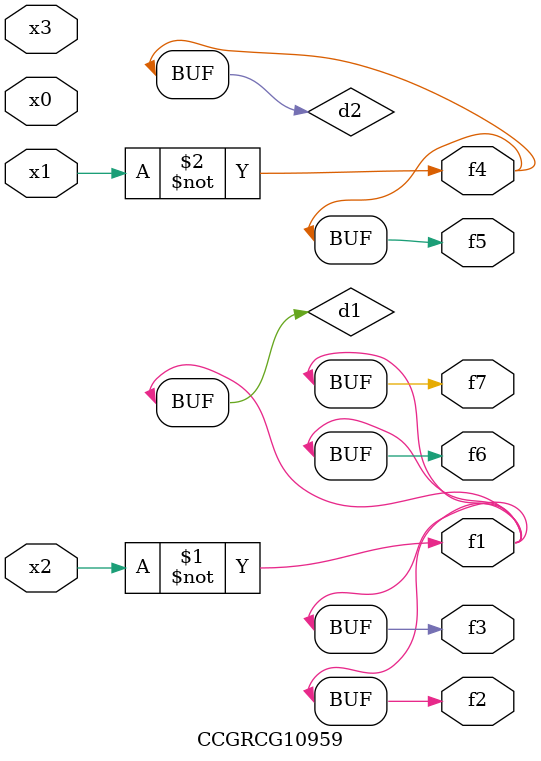
<source format=v>
module CCGRCG10959(
	input x0, x1, x2, x3,
	output f1, f2, f3, f4, f5, f6, f7
);

	wire d1, d2;

	xnor (d1, x2);
	not (d2, x1);
	assign f1 = d1;
	assign f2 = d1;
	assign f3 = d1;
	assign f4 = d2;
	assign f5 = d2;
	assign f6 = d1;
	assign f7 = d1;
endmodule

</source>
